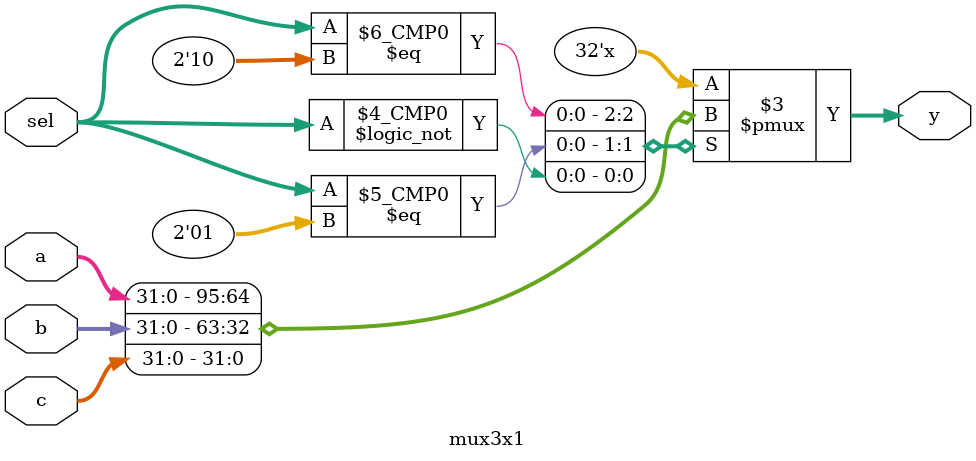
<source format=v>
module mux3x1(
    input [31:0]      a,
    input [31:0]      b,
    input [31:0]      c,
    input [1:0]       sel,
    output reg [31:0] y
);

    always @(*) begin
        case(sel)
            2'h2 : y = a;
            2'h1 : y = b;
            2'h0 : y = c;
        endcase    
    end
endmodule

</source>
